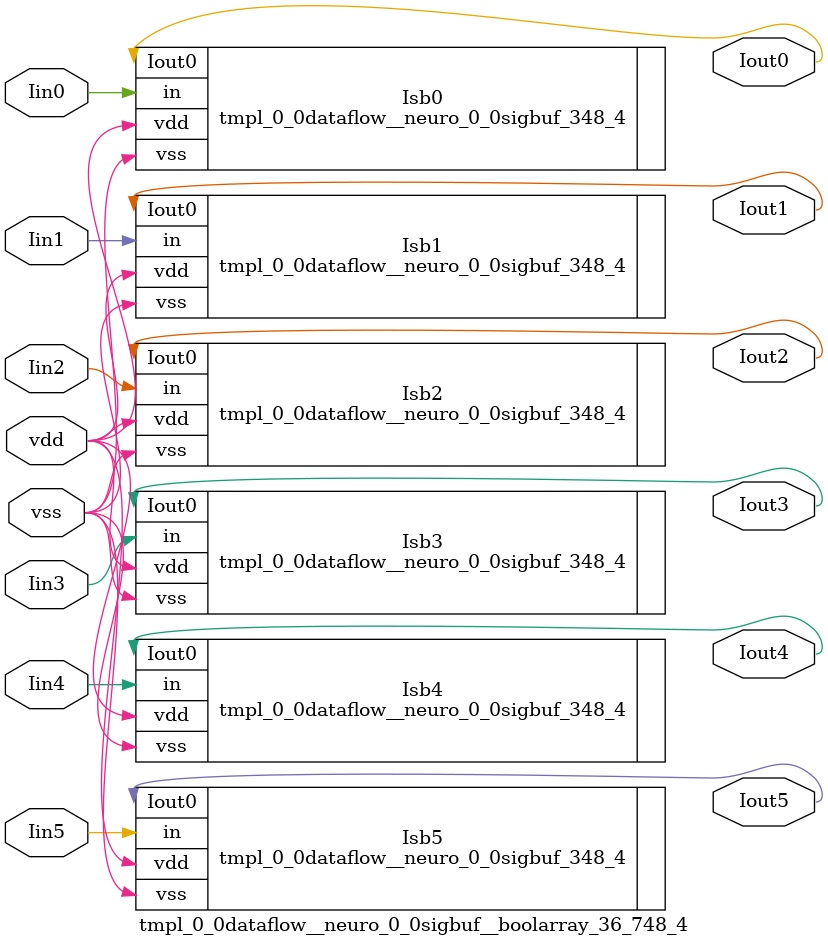
<source format=v>
module tmpl_0_0dataflow__neuro_0_0sigbuf__boolarray_36_748_4(Iin0 , Iin1 , Iin2 , Iin3 , Iin4 , Iin5 , Iout0 , Iout1 , Iout2 , Iout3 , Iout4 , Iout5 , vdd, vss); 
   input vdd;
   input vss;
   input Iin0 ;
   input Iin1 ;
   input Iin2 ;
   input Iin3 ;
   input Iin4 ;
   input Iin5 ;
   
   
   
   
   
   

// -- signals ---
   wire Iin5 ;
   wire Iin3 ;
   wire Iin0 ;
   output Iout1 ;
   output Iout0 ;
   output Iout5 ;
   output Iout4 ;
   wire Iin2 ;
   wire Iin1 ;
   wire Iin4 ;
   output Iout3 ;
   output Iout2 ;

// --- instances
tmpl_0_0dataflow__neuro_0_0sigbuf_348_4 Isb0  (.in(Iin0 ), .Iout0 (Iout0 ), .vdd(vdd), .vss(vss));
tmpl_0_0dataflow__neuro_0_0sigbuf_348_4 Isb1  (.in(Iin1 ), .Iout0 (Iout1 ), .vdd(vdd), .vss(vss));
tmpl_0_0dataflow__neuro_0_0sigbuf_348_4 Isb2  (.in(Iin2 ), .Iout0 (Iout2 ), .vdd(vdd), .vss(vss));
tmpl_0_0dataflow__neuro_0_0sigbuf_348_4 Isb3  (.in(Iin3 ), .Iout0 (Iout3 ), .vdd(vdd), .vss(vss));
tmpl_0_0dataflow__neuro_0_0sigbuf_348_4 Isb4  (.in(Iin4 ), .Iout0 (Iout4 ), .vdd(vdd), .vss(vss));
tmpl_0_0dataflow__neuro_0_0sigbuf_348_4 Isb5  (.in(Iin5 ), .Iout0 (Iout5 ), .vdd(vdd), .vss(vss));
endmodule
</source>
